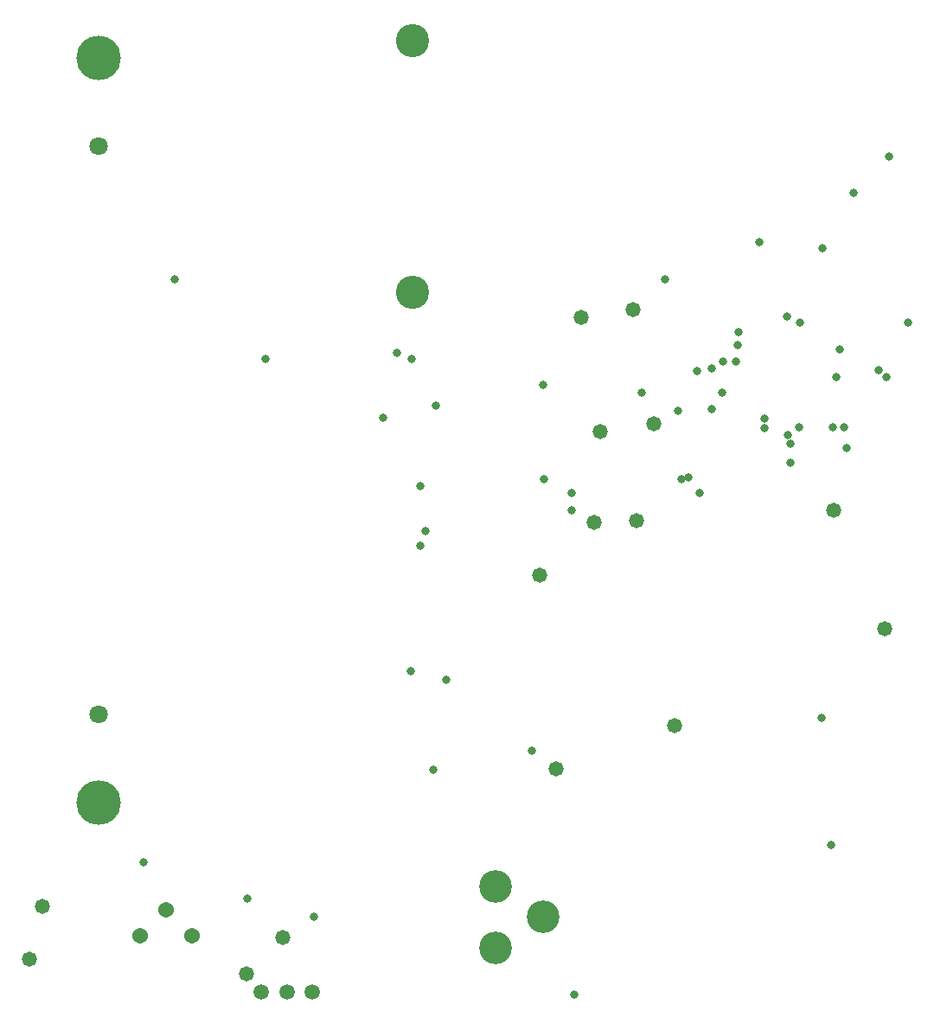
<source format=gbs>
G04*
G04 #@! TF.GenerationSoftware,Altium Limited,Altium Designer,19.1.7 (138)*
G04*
G04 Layer_Color=16711935*
%FSLAX25Y25*%
%MOIN*%
G70*
G01*
G75*
%ADD42C,0.12788*%
%ADD43C,0.17158*%
%ADD44C,0.07099*%
%ADD45C,0.05918*%
%ADD46C,0.06064*%
%ADD47C,0.12611*%
%ADD48C,0.05800*%
%ADD49C,0.03200*%
D42*
X499500Y390150D02*
D03*
Y487000D02*
D03*
D43*
X378500Y480508D02*
D03*
Y193500D02*
D03*
D44*
Y446472D02*
D03*
Y227535D02*
D03*
D45*
X461000Y120500D02*
D03*
X451157D02*
D03*
X441315D02*
D03*
D46*
X394500Y142000D02*
D03*
X404500Y152000D02*
D03*
X414500Y142000D02*
D03*
D47*
X550004Y149311D02*
D03*
X531500Y137500D02*
D03*
Y161122D02*
D03*
D48*
X584500Y383500D02*
D03*
X564500Y380500D02*
D03*
X572000Y336500D02*
D03*
X681500Y260500D02*
D03*
X592500Y339500D02*
D03*
X586000Y302000D02*
D03*
X548500Y281000D02*
D03*
X569500Y301500D02*
D03*
X352000Y133000D02*
D03*
X357000Y153500D02*
D03*
X435500Y127500D02*
D03*
X449500Y141500D02*
D03*
X600500Y223000D02*
D03*
X555000Y206500D02*
D03*
X662000Y306000D02*
D03*
D49*
X666000Y338000D02*
D03*
X667000Y330000D02*
D03*
X661500Y338000D02*
D03*
X657500Y407291D02*
D03*
X443000Y364600D02*
D03*
X499300D02*
D03*
X619112Y363538D02*
D03*
X624200Y363406D02*
D03*
X493400Y366700D02*
D03*
X614800Y360850D02*
D03*
X502500Y315500D02*
D03*
X508400Y346500D02*
D03*
X614750Y345200D02*
D03*
X504600Y298100D02*
D03*
X602000Y344600D02*
D03*
X683300Y442328D02*
D03*
X669472Y428500D02*
D03*
X561000Y306000D02*
D03*
X499000Y244000D02*
D03*
X610100Y312800D02*
D03*
X561000D02*
D03*
X657300Y226300D02*
D03*
X643900Y380900D02*
D03*
X550000Y354500D02*
D03*
X587854Y351594D02*
D03*
X545500Y213500D02*
D03*
X395722Y170622D02*
D03*
X644250Y335100D02*
D03*
X609300Y359700D02*
D03*
X488300Y341700D02*
D03*
X635050Y337900D02*
D03*
X502500Y292500D02*
D03*
X635059Y341500D02*
D03*
X596854Y395146D02*
D03*
X663000Y357500D02*
D03*
X561700Y119500D02*
D03*
X661000Y177000D02*
D03*
X603354Y318100D02*
D03*
X550300D02*
D03*
X605900Y318800D02*
D03*
X507400Y206200D02*
D03*
X645100Y331850D02*
D03*
X618699Y351594D02*
D03*
X436000Y156500D02*
D03*
X461400Y149500D02*
D03*
X512500Y240900D02*
D03*
X648450Y337985D02*
D03*
X624777Y369936D02*
D03*
X645100Y324600D02*
D03*
X625300Y374900D02*
D03*
X679200Y360300D02*
D03*
X664326Y368100D02*
D03*
X682200Y357500D02*
D03*
X690400Y378600D02*
D03*
X648852D02*
D03*
X633100Y409400D02*
D03*
X408000Y395300D02*
D03*
M02*

</source>
